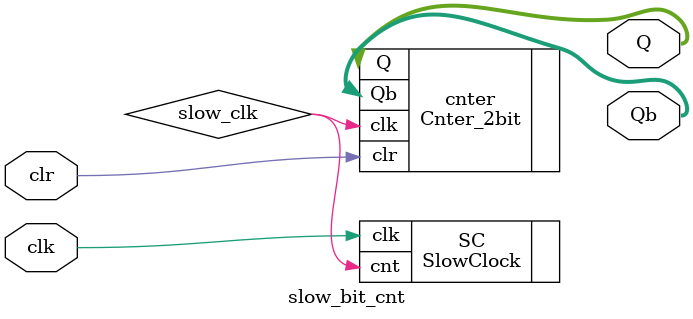
<source format=sv>


//module FlipFlop_Cntr(
//    input clk,
//    input [1:0] JK,
//    input clr,
//    output [1:0] Q,
//    output [1:0] Qb);
    
//    wire b1 = 1'b1;
//    wire slow_clock;
    
////    NewClock c_1 (.clk(clk), .cnt(slow_clock));

////    Cnter_2bit cntr (.clk(slow_clock), .clr(clr), .Q(Q), .Qb(Qb));
    
// endmodule
 
 `timescale 1ns / 1ps
// LAB 11 B


module slow_bit_cnt(clk, clr, Q, Qb);
    input clk;
    input clr;
    output [1:0] Q;
    output [1:0] Qb;
    
    wire slow_clk;
    
    SlowClock SC(.clk(clk), .cnt(slow_clk));
    
    Cnter_2bit cnter (.clr(clr), .clk(slow_clk), .Q(Q), .Qb(Qb));
    
endmodule

</source>
